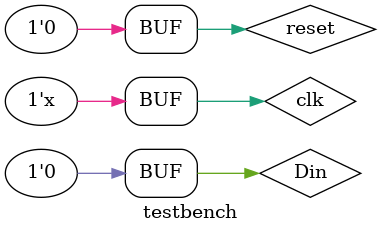
<source format=v>
`timescale 1ns/100ps

module testbench;
reg clk,reset;
reg Din;
wire Dout;
parameter DELY=50;

xulie_1110 u1(reset,clk,Din,Dout);
always#(DELY/2)clk=~clk;

initial
    begin
        clk=0;
        reset=0;
    end

initial
    begin
        Din=0;


    #50 Din=0;
    #50 Din=1;
    #50 Din=0;
    #50 Din=1;
    #50 Din=1;
    #50 Din=1;
    #50 Din=1;
    #50 Din=1;
    #50 Din=0;
    #50 Din=1; 
    #50 Din=1;
    #50 Din=1;
    #50 Din=0;
    #50 Din=1;
    #50 Din=0;
    #50 Din=0;
    

    end

endmodule

</source>
